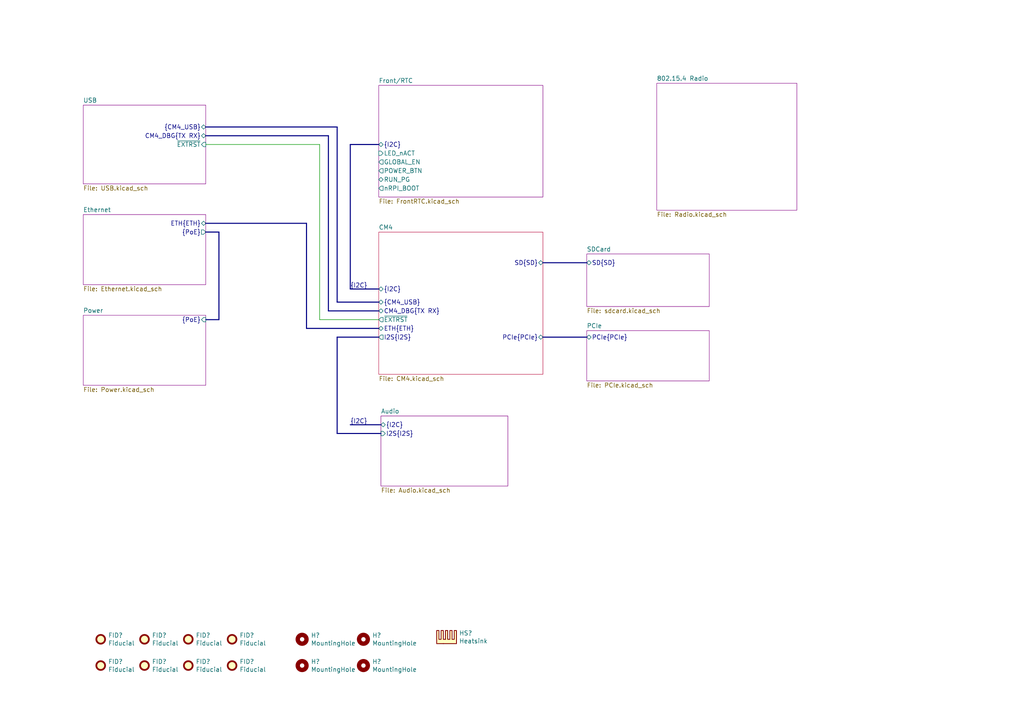
<source format=kicad_sch>
(kicad_sch (version 20201015) (generator eeschema)
  (paper "A4")
  (title_block (title "Light Blue") (date "2021-01-12") (rev "0.1") (company "Nabu Casa") (comment 2 "www.nabucasa.com"))
  (lib_symbols
    (symbol "Mechanical:Fiducial"
      (property "Reference" "FID" (at 0 5.08 0))
      (property "Value" "Fiducial" (at 0 3.175 0))
      (symbol "Fiducial_0_1"
        (circle (center 0 0) (radius 1.27) (stroke (width 0.508)) (fill (type background)))
      )
    )
    (symbol "Mechanical:Heatsink" (pin_names (offset 1.016))
      (property "Reference" "HS" (at 0 5.08 0))
      (property "Value" "Heatsink" (at 0 -1.27 0))
      (symbol "Heatsink_0_1"
        (polyline (pts (xy -0.3302 1.27) (xy -0.9652 1.27) (xy -0.9652 3.81) (xy -1.6002 3.81) (xy -1.6002 1.27) (xy -2.2352 1.27) (xy -2.2352 3.81) (xy -2.8702 3.81) (xy -2.8702 0) (xy -0.9652 0)) (stroke (width 0.254)) (fill (type background)))
        (polyline (pts (xy -0.3302 1.27) (xy -0.3302 3.81) (xy 0.3048 3.81) (xy 0.3048 1.27) (xy 0.9398 1.27) (xy 0.9398 3.81) (xy 1.5748 3.81) (xy 1.5748 1.27) (xy 2.2098 1.27) (xy 2.2098 3.81) (xy 2.8448 3.81) (xy 2.8448 0) (xy -0.9652 0)) (stroke (width 0.254)) (fill (type background)))
      )
    )
    (symbol "Mechanical:MountingHole" (pin_names (offset 1.016))
      (property "Reference" "H" (at 0 5.08 0))
      (property "Value" "MountingHole" (at 0 3.175 0))
      (symbol "MountingHole_0_1"
        (circle (center 0 0) (radius 1.27) (stroke (width 1.27)))
      )
    )
  )
  (wire (pts (xy 92.71 41.91) (xy 59.69 41.91)))
  (wire (pts (xy 92.71 92.71) (xy 92.71 41.91)))
  (wire (pts (xy 109.855 92.71) (xy 92.71 92.71)))
  (bus (pts (xy 59.69 64.77) (xy 88.9 64.77)))
  (bus (pts (xy 59.69 92.71) (xy 63.5 92.71)))
  (bus (pts (xy 63.5 67.31) (xy 59.69 67.31)))
  (bus (pts (xy 63.5 92.71) (xy 63.5 67.31)))
  (bus (pts (xy 88.9 64.77) (xy 88.9 95.25)))
  (bus (pts (xy 95.25 39.37) (xy 59.69 39.37)))
  (bus (pts (xy 95.25 90.17) (xy 95.25 39.37)))
  (bus (pts (xy 97.79 36.83) (xy 59.69 36.83)))
  (bus (pts (xy 97.79 87.63) (xy 97.79 36.83)))
  (bus (pts (xy 97.79 97.79) (xy 97.79 125.73)))
  (bus (pts (xy 97.79 125.73) (xy 110.49 125.73)))
  (bus (pts (xy 101.6 41.91) (xy 109.855 41.91)))
  (bus (pts (xy 101.6 83.82) (xy 101.6 41.91)))
  (bus (pts (xy 101.6 83.82) (xy 109.855 83.82)))
  (bus (pts (xy 101.6 123.19) (xy 110.49 123.19)))
  (bus (pts (xy 109.855 87.63) (xy 97.79 87.63)))
  (bus (pts (xy 109.855 90.17) (xy 95.25 90.17)))
  (bus (pts (xy 109.855 95.25) (xy 88.9 95.25)))
  (bus (pts (xy 109.855 97.79) (xy 97.79 97.79)))
  (bus (pts (xy 157.48 76.2) (xy 170.18 76.2)))
  (bus (pts (xy 157.48 97.79) (xy 170.18 97.79)))
  (label "{I2C}" (at 101.6 83.82 0))
  (label "{I2C}" (at 101.6 123.19 0))
  (symbol (lib_id "Mechanical:Fiducial") (at 29.21 185.42 0) (unit 1)
    (property "Reference" "FID?" (at 31.3691 184.2706 0) (effects (justify left)))
    (property "Value" "Fiducial" (at 31.3691 186.5693 0) (effects (justify left)))
  )
  (symbol (lib_id "Mechanical:Fiducial") (at 29.21 193.04 0) (unit 1)
    (property "Reference" "FID?" (at 31.3691 191.8906 0) (effects (justify left)))
    (property "Value" "Fiducial" (at 31.3691 194.1893 0) (effects (justify left)))
  )
  (symbol (lib_id "Mechanical:Fiducial") (at 41.91 185.42 0) (unit 1)
    (property "Reference" "FID?" (at 44.0691 184.2706 0) (effects (justify left)))
    (property "Value" "Fiducial" (at 44.0691 186.5693 0) (effects (justify left)))
  )
  (symbol (lib_id "Mechanical:Fiducial") (at 41.91 193.04 0) (unit 1)
    (property "Reference" "FID?" (at 44.0691 191.8906 0) (effects (justify left)))
    (property "Value" "Fiducial" (at 44.0691 194.1893 0) (effects (justify left)))
  )
  (symbol (lib_id "Mechanical:Fiducial") (at 54.61 185.42 0) (unit 1)
    (property "Reference" "FID?" (at 56.7691 184.2706 0) (effects (justify left)))
    (property "Value" "Fiducial" (at 56.7691 186.5693 0) (effects (justify left)))
  )
  (symbol (lib_id "Mechanical:Fiducial") (at 54.61 193.04 0) (unit 1)
    (property "Reference" "FID?" (at 56.7691 191.8906 0) (effects (justify left)))
    (property "Value" "Fiducial" (at 56.7691 194.1893 0) (effects (justify left)))
  )
  (symbol (lib_id "Mechanical:Fiducial") (at 67.31 185.42 0) (unit 1)
    (property "Reference" "FID?" (at 69.4691 184.2706 0) (effects (justify left)))
    (property "Value" "Fiducial" (at 69.4691 186.5693 0) (effects (justify left)))
  )
  (symbol (lib_id "Mechanical:Fiducial") (at 67.31 193.04 0) (unit 1)
    (property "Reference" "FID?" (at 69.4691 191.8906 0) (effects (justify left)))
    (property "Value" "Fiducial" (at 69.4691 194.1893 0) (effects (justify left)))
  )
  (symbol (lib_id "Mechanical:MountingHole") (at 87.63 185.42 0) (unit 1)
    (property "Reference" "H?" (at 90.1701 184.2706 0) (effects (justify left)))
    (property "Value" "MountingHole" (at 90.1701 186.5693 0) (effects (justify left)))
  )
  (symbol (lib_id "Mechanical:MountingHole") (at 87.63 193.04 0) (unit 1)
    (property "Reference" "H?" (at 90.1701 191.8906 0) (effects (justify left)))
    (property "Value" "MountingHole" (at 90.1701 194.1893 0) (effects (justify left)))
  )
  (symbol (lib_id "Mechanical:MountingHole") (at 105.41 185.42 0) (unit 1)
    (property "Reference" "H?" (at 107.9501 184.2706 0) (effects (justify left)))
    (property "Value" "MountingHole" (at 107.9501 186.5693 0) (effects (justify left)))
  )
  (symbol (lib_id "Mechanical:MountingHole") (at 105.41 193.04 0) (unit 1)
    (property "Reference" "H?" (at 107.9501 191.8906 0) (effects (justify left)))
    (property "Value" "MountingHole" (at 107.9501 194.1893 0) (effects (justify left)))
  )
  (symbol (lib_id "Mechanical:Heatsink") (at 129.54 186.69 0) (unit 1)
    (property "Reference" "HS?" (at 133.1469 183.6356 0) (effects (justify left)))
    (property "Value" "Heatsink" (at 133.1469 185.9343 0) (effects (justify left)))
  )
  (sheet (at 190.5 24.13) (size 40.64 36.83) (stroke (width 0.001) (color 132 0 132 1)) (fill (color 255 255 255 0.0000))
    (property "Sheet name" "802.15.4 Radio" (at 190.5 23.4941 0) (effects (justify left bottom)))
    (property "Sheet file" "Radio.kicad_sch" (at 190.5 61.4689 0) (effects (justify left top)))
  )
  (sheet (at 110.49 120.65) (size 36.83 20.32) (stroke (width 0.001) (color 132 0 132 1)) (fill (color 255 255 255 0.0000))
    (property "Sheet name" "Audio" (at 110.49 120.0141 0) (effects (justify left bottom)))
    (property "Sheet file" "Audio.kicad_sch" (at 110.49 141.4789 0) (effects (justify left top)))
    (pin "{I2C}" bidirectional (at 110.49 123.19 180))
    (pin "I2S{I2S}" input (at 110.49 125.73 180))
  )
  (sheet (at 109.855 67.31) (size 47.625 41.275) (stroke (width 0.001) (color 187 17 66 1)) (fill (color 255 255 255 0.0000))
    (property "Sheet name" "CM4" (at 109.855 66.6741 0) (effects (justify left bottom)))
    (property "Sheet file" "CM4.kicad_sch" (at 109.855 109.0939 0) (effects (justify left top)))
    (pin "ETH{ETH}" bidirectional (at 109.855 95.25 180))
    (pin "{CM4_USB}" bidirectional (at 109.855 87.63 180))
    (pin "PCIe{PCIe}" bidirectional (at 157.48 97.79 0))
    (pin "{I2C}" bidirectional (at 109.855 83.82 180))
    (pin "CM4_DBG{TX RX}" bidirectional (at 109.855 90.17 180))
    (pin "I2S{I2S}" output (at 109.855 97.79 180))
    (pin "~EXTRST" output (at 109.855 92.71 180))
    (pin "SD{SD}" bidirectional (at 157.48 76.2 0))
  )
  (sheet (at 24.13 62.23) (size 35.56 20.32) (stroke (width 0.001) (color 132 0 132 1)) (fill (color 255 255 255 0.0000))
    (property "Sheet name" "Ethernet" (at 24.13 61.5941 0) (effects (justify left bottom)))
    (property "Sheet file" "Ethernet.kicad_sch" (at 24.13 83.0589 0) (effects (justify left top)))
    (pin "ETH{ETH}" bidirectional (at 59.69 64.77 0))
    (pin "{PoE}" output (at 59.69 67.31 0))
  )
  (sheet (at 109.855 24.765) (size 47.625 32.385) (stroke (width 0.001) (color 132 0 132 1)) (fill (color 255 255 255 0.0000))
    (property "Sheet name" "Front/RTC" (at 109.855 24.1291 0) (effects (justify left bottom)))
    (property "Sheet file" "FrontRTC.kicad_sch" (at 109.855 57.6589 0) (effects (justify left top)))
    (pin "nRPI_BOOT" output (at 109.855 54.61 180))
    (pin "RUN_PG" bidirectional (at 109.855 52.07 180))
    (pin "POWER_BTN" output (at 109.855 49.53 180))
    (pin "GLOBAL_EN" output (at 109.855 46.99 180))
    (pin "LED_nACT" input (at 109.855 44.45 180))
    (pin "{I2C}" bidirectional (at 109.855 41.91 180))
  )
  (sheet (at 170.18 95.885) (size 35.56 14.605) (stroke (width 0.001) (color 132 0 132 1)) (fill (color 255 255 255 0.0000))
    (property "Sheet name" "PCIe" (at 170.18 95.2491 0) (effects (justify left bottom)))
    (property "Sheet file" "PCIe.kicad_sch" (at 170.18 110.9989 0) (effects (justify left top)))
    (pin "PCIe{PCIe}" bidirectional (at 170.18 97.79 180))
  )
  (sheet (at 24.13 91.44) (size 35.56 20.32) (stroke (width 0.001) (color 132 0 132 1)) (fill (color 255 255 255 0.0000))
    (property "Sheet name" "Power" (at 24.13 90.8041 0) (effects (justify left bottom)))
    (property "Sheet file" "Power.kicad_sch" (at 24.13 112.2689 0) (effects (justify left top)))
    (pin "{PoE}" input (at 59.69 92.71 0))
  )
  (sheet (at 170.18 73.66) (size 35.56 15.24) (stroke (width 0.001) (color 132 0 132 1)) (fill (color 255 255 255 0.0000))
    (property "Sheet name" "SDCard" (at 170.18 73.0241 0) (effects (justify left bottom)))
    (property "Sheet file" "sdcard.kicad_sch" (at 170.18 89.4089 0) (effects (justify left top)))
    (pin "SD{SD}" bidirectional (at 170.18 76.2 180))
  )
  (sheet (at 24.13 30.48) (size 35.56 22.86) (stroke (width 0.001) (color 132 0 132 1)) (fill (color 255 255 255 0.0000))
    (property "Sheet name" "USB" (at 24.13 29.8441 0) (effects (justify left bottom)))
    (property "Sheet file" "USB.kicad_sch" (at 24.13 53.8489 0) (effects (justify left top)))
    (pin "{CM4_USB}" bidirectional (at 59.69 36.83 0))
    (pin "CM4_DBG{TX RX}" bidirectional (at 59.69 39.37 0))
    (pin "~EXTRST" input (at 59.69 41.91 0))
  )
)
</source>
